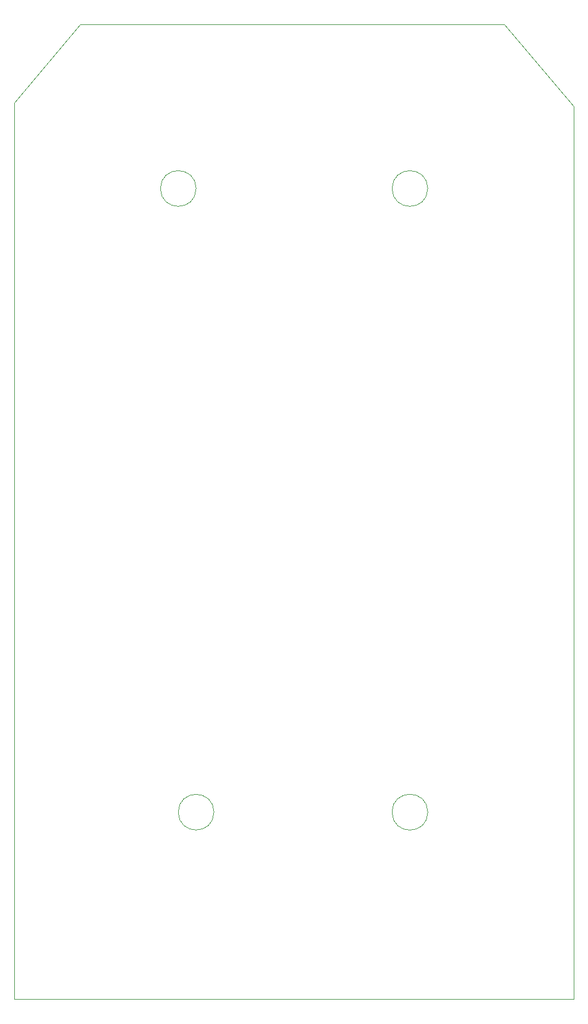
<source format=gbr>
%TF.GenerationSoftware,KiCad,Pcbnew,(5.1.8)-1*%
%TF.CreationDate,2020-12-30T12:04:26-06:00*%
%TF.ProjectId,CircuitBoard,43697263-7569-4744-926f-6172642e6b69,rev?*%
%TF.SameCoordinates,Original*%
%TF.FileFunction,Profile,NP*%
%FSLAX46Y46*%
G04 Gerber Fmt 4.6, Leading zero omitted, Abs format (unit mm)*
G04 Created by KiCad (PCBNEW (5.1.8)-1) date 2020-12-30 12:04:26*
%MOMM*%
%LPD*%
G01*
G04 APERTURE LIST*
%TA.AperFunction,Profile*%
%ADD10C,0.050000*%
%TD*%
%TA.AperFunction,Profile*%
%ADD11C,0.100000*%
%TD*%
G04 APERTURE END LIST*
D10*
X144792668Y-157480000D02*
G75*
G03*
X144792668Y-157480000I-2552668J0D01*
G01*
X114300000Y-157480000D02*
G75*
G03*
X114300000Y-157480000I-2540000J0D01*
G01*
X144780000Y-68580000D02*
G75*
G03*
X144780000Y-68580000I-2540000J0D01*
G01*
X111760000Y-68580000D02*
G75*
G03*
X111760000Y-68580000I-2540000J0D01*
G01*
D11*
X155702000Y-45212000D02*
X165608000Y-56896000D01*
X95250000Y-45212000D02*
X155702000Y-45212000D01*
X85852000Y-56388000D02*
X95250000Y-45212000D01*
X85852000Y-184150000D02*
X85852000Y-56388000D01*
X165608000Y-184150000D02*
X85852000Y-184150000D01*
X165608000Y-56896000D02*
X165608000Y-184150000D01*
M02*

</source>
